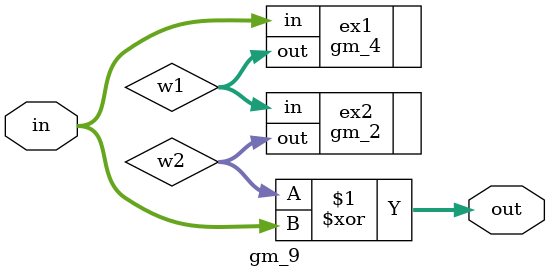
<source format=sv>
module gm_9 (in, out);
	input [7:0] in;
	output [7:0] out;
	
	wire [7:0] w1, w2;
	
	gm_4 ex1 (
		.in (in),
		.out (w1)
	);
	
	gm_2 ex2 (
		.in (w1),
		.out (w2)
	);
	
	assign out = w2 ^ in;
	
endmodule

</source>
